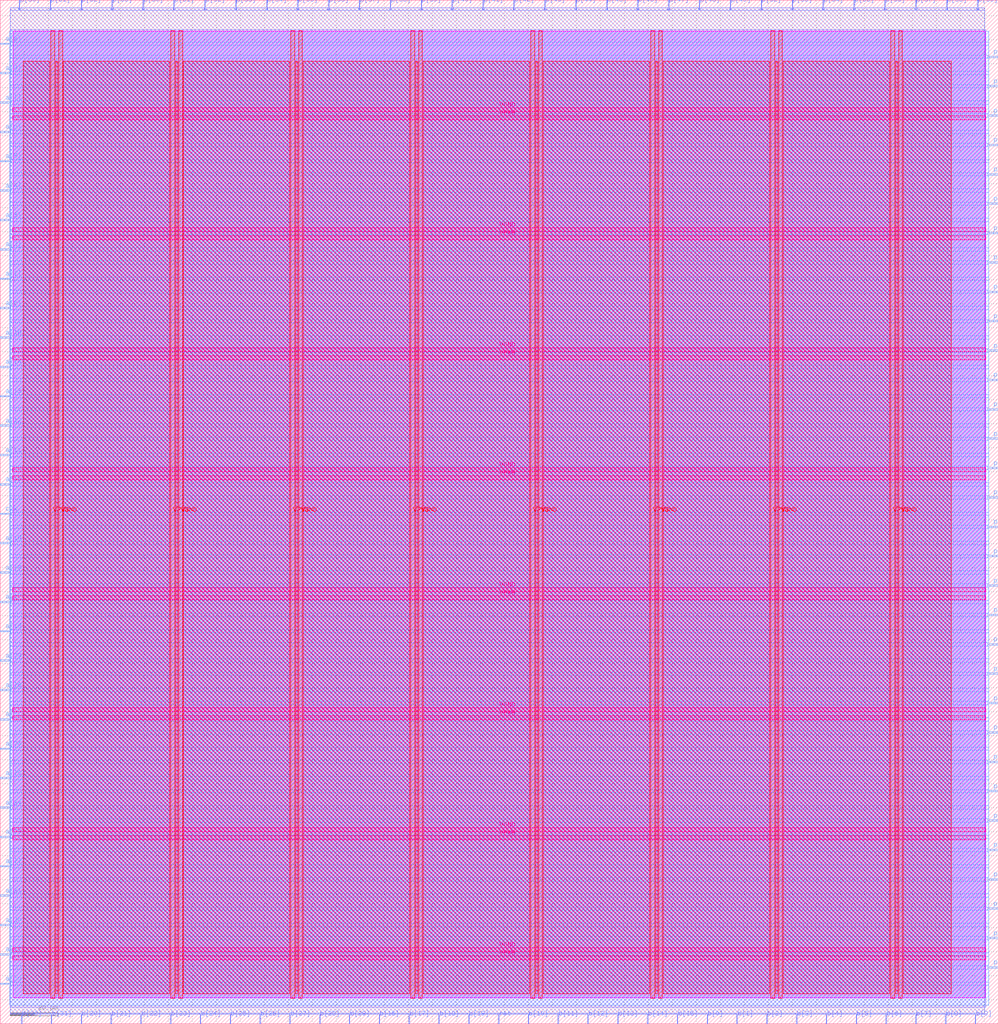
<source format=lef>
VERSION 5.7 ;
  NOWIREEXTENSIONATPIN ON ;
  DIVIDERCHAR "/" ;
  BUSBITCHARS "[]" ;
MACRO pipelined_mult
  CLASS BLOCK ;
  FOREIGN pipelined_mult ;
  ORIGIN 0.000 0.000 ;
  SIZE 415.845 BY 426.565 ;
  PIN VGND
    DIRECTION INOUT ;
    USE GROUND ;
    PORT
      LAYER met4 ;
        RECT 24.340 10.640 25.940 413.680 ;
    END
    PORT
      LAYER met4 ;
        RECT 74.340 10.640 75.940 413.680 ;
    END
    PORT
      LAYER met4 ;
        RECT 124.340 10.640 125.940 413.680 ;
    END
    PORT
      LAYER met4 ;
        RECT 174.340 10.640 175.940 413.680 ;
    END
    PORT
      LAYER met4 ;
        RECT 224.340 10.640 225.940 413.680 ;
    END
    PORT
      LAYER met4 ;
        RECT 274.340 10.640 275.940 413.680 ;
    END
    PORT
      LAYER met4 ;
        RECT 324.340 10.640 325.940 413.680 ;
    END
    PORT
      LAYER met4 ;
        RECT 374.340 10.640 375.940 413.680 ;
    END
    PORT
      LAYER met5 ;
        RECT 5.280 30.030 410.560 31.630 ;
    END
    PORT
      LAYER met5 ;
        RECT 5.280 80.030 410.560 81.630 ;
    END
    PORT
      LAYER met5 ;
        RECT 5.280 130.030 410.560 131.630 ;
    END
    PORT
      LAYER met5 ;
        RECT 5.280 180.030 410.560 181.630 ;
    END
    PORT
      LAYER met5 ;
        RECT 5.280 230.030 410.560 231.630 ;
    END
    PORT
      LAYER met5 ;
        RECT 5.280 280.030 410.560 281.630 ;
    END
    PORT
      LAYER met5 ;
        RECT 5.280 330.030 410.560 331.630 ;
    END
    PORT
      LAYER met5 ;
        RECT 5.280 380.030 410.560 381.630 ;
    END
  END VGND
  PIN VPWR
    DIRECTION INOUT ;
    USE POWER ;
    PORT
      LAYER met4 ;
        RECT 21.040 10.640 22.640 413.680 ;
    END
    PORT
      LAYER met4 ;
        RECT 71.040 10.640 72.640 413.680 ;
    END
    PORT
      LAYER met4 ;
        RECT 121.040 10.640 122.640 413.680 ;
    END
    PORT
      LAYER met4 ;
        RECT 171.040 10.640 172.640 413.680 ;
    END
    PORT
      LAYER met4 ;
        RECT 221.040 10.640 222.640 413.680 ;
    END
    PORT
      LAYER met4 ;
        RECT 271.040 10.640 272.640 413.680 ;
    END
    PORT
      LAYER met4 ;
        RECT 321.040 10.640 322.640 413.680 ;
    END
    PORT
      LAYER met4 ;
        RECT 371.040 10.640 372.640 413.680 ;
    END
    PORT
      LAYER met5 ;
        RECT 5.280 26.730 410.560 28.330 ;
    END
    PORT
      LAYER met5 ;
        RECT 5.280 76.730 410.560 78.330 ;
    END
    PORT
      LAYER met5 ;
        RECT 5.280 126.730 410.560 128.330 ;
    END
    PORT
      LAYER met5 ;
        RECT 5.280 176.730 410.560 178.330 ;
    END
    PORT
      LAYER met5 ;
        RECT 5.280 226.730 410.560 228.330 ;
    END
    PORT
      LAYER met5 ;
        RECT 5.280 276.730 410.560 278.330 ;
    END
    PORT
      LAYER met5 ;
        RECT 5.280 326.730 410.560 328.330 ;
    END
    PORT
      LAYER met5 ;
        RECT 5.280 376.730 410.560 378.330 ;
    END
  END VPWR
  PIN a[0]
    DIRECTION INPUT ;
    USE SIGNAL ;
    ANTENNAGATEAREA 0.196500 ;
    PORT
      LAYER met3 ;
        RECT 0.000 297.880 4.000 298.480 ;
    END
  END a[0]
  PIN a[10]
    DIRECTION INPUT ;
    USE SIGNAL ;
    ANTENNAGATEAREA 0.196500 ;
    PORT
      LAYER met3 ;
        RECT 0.000 224.440 4.000 225.040 ;
    END
  END a[10]
  PIN a[11]
    DIRECTION INPUT ;
    USE SIGNAL ;
    ANTENNAGATEAREA 0.196500 ;
    PORT
      LAYER met3 ;
        RECT 0.000 236.680 4.000 237.280 ;
    END
  END a[11]
  PIN a[12]
    DIRECTION INPUT ;
    USE SIGNAL ;
    ANTENNAGATEAREA 0.196500 ;
    PORT
      LAYER met3 ;
        RECT 0.000 248.920 4.000 249.520 ;
    END
  END a[12]
  PIN a[13]
    DIRECTION INPUT ;
    USE SIGNAL ;
    ANTENNAGATEAREA 0.196500 ;
    PORT
      LAYER met3 ;
        RECT 0.000 261.160 4.000 261.760 ;
    END
  END a[13]
  PIN a[14]
    DIRECTION INPUT ;
    USE SIGNAL ;
    ANTENNAGATEAREA 0.196500 ;
    PORT
      LAYER met3 ;
        RECT 0.000 273.400 4.000 274.000 ;
    END
  END a[14]
  PIN a[15]
    DIRECTION INPUT ;
    USE SIGNAL ;
    ANTENNAGATEAREA 0.196500 ;
    PORT
      LAYER met3 ;
        RECT 0.000 285.640 4.000 286.240 ;
    END
  END a[15]
  PIN a[16]
    DIRECTION INPUT ;
    USE SIGNAL ;
    ANTENNAGATEAREA 0.196500 ;
    PORT
      LAYER met3 ;
        RECT 0.000 163.240 4.000 163.840 ;
    END
  END a[16]
  PIN a[17]
    DIRECTION INPUT ;
    USE SIGNAL ;
    ANTENNAGATEAREA 0.196500 ;
    PORT
      LAYER met3 ;
        RECT 0.000 175.480 4.000 176.080 ;
    END
  END a[17]
  PIN a[18]
    DIRECTION INPUT ;
    USE SIGNAL ;
    ANTENNAGATEAREA 0.196500 ;
    PORT
      LAYER met3 ;
        RECT 0.000 187.720 4.000 188.320 ;
    END
  END a[18]
  PIN a[19]
    DIRECTION INPUT ;
    USE SIGNAL ;
    ANTENNAGATEAREA 0.196500 ;
    PORT
      LAYER met3 ;
        RECT 0.000 199.960 4.000 200.560 ;
    END
  END a[19]
  PIN a[1]
    DIRECTION INPUT ;
    USE SIGNAL ;
    ANTENNAGATEAREA 0.196500 ;
    PORT
      LAYER met3 ;
        RECT 0.000 310.120 4.000 310.720 ;
    END
  END a[1]
  PIN a[20]
    DIRECTION INPUT ;
    USE SIGNAL ;
    ANTENNAGATEAREA 0.196500 ;
    PORT
      LAYER met3 ;
        RECT 0.000 40.840 4.000 41.440 ;
    END
  END a[20]
  PIN a[21]
    DIRECTION INPUT ;
    USE SIGNAL ;
    ANTENNAGATEAREA 0.196500 ;
    PORT
      LAYER met3 ;
        RECT 0.000 53.080 4.000 53.680 ;
    END
  END a[21]
  PIN a[22]
    DIRECTION INPUT ;
    USE SIGNAL ;
    ANTENNAGATEAREA 0.196500 ;
    PORT
      LAYER met3 ;
        RECT 0.000 65.320 4.000 65.920 ;
    END
  END a[22]
  PIN a[23]
    DIRECTION INPUT ;
    USE SIGNAL ;
    ANTENNAGATEAREA 0.196500 ;
    PORT
      LAYER met3 ;
        RECT 0.000 77.560 4.000 78.160 ;
    END
  END a[23]
  PIN a[24]
    DIRECTION INPUT ;
    USE SIGNAL ;
    ANTENNAGATEAREA 0.196500 ;
    PORT
      LAYER met3 ;
        RECT 0.000 89.800 4.000 90.400 ;
    END
  END a[24]
  PIN a[25]
    DIRECTION INPUT ;
    USE SIGNAL ;
    ANTENNAGATEAREA 0.196500 ;
    PORT
      LAYER met3 ;
        RECT 0.000 102.040 4.000 102.640 ;
    END
  END a[25]
  PIN a[26]
    DIRECTION INPUT ;
    USE SIGNAL ;
    ANTENNAGATEAREA 0.196500 ;
    PORT
      LAYER met3 ;
        RECT 0.000 114.280 4.000 114.880 ;
    END
  END a[26]
  PIN a[27]
    DIRECTION INPUT ;
    USE SIGNAL ;
    ANTENNAGATEAREA 0.196500 ;
    PORT
      LAYER met3 ;
        RECT 0.000 126.520 4.000 127.120 ;
    END
  END a[27]
  PIN a[28]
    DIRECTION INPUT ;
    USE SIGNAL ;
    ANTENNAGATEAREA 0.196500 ;
    PORT
      LAYER met3 ;
        RECT 0.000 138.760 4.000 139.360 ;
    END
  END a[28]
  PIN a[29]
    DIRECTION INPUT ;
    USE SIGNAL ;
    ANTENNAGATEAREA 0.196500 ;
    PORT
      LAYER met3 ;
        RECT 0.000 151.000 4.000 151.600 ;
    END
  END a[29]
  PIN a[2]
    DIRECTION INPUT ;
    USE SIGNAL ;
    ANTENNAGATEAREA 0.196500 ;
    PORT
      LAYER met3 ;
        RECT 0.000 322.360 4.000 322.960 ;
    END
  END a[2]
  PIN a[30]
    DIRECTION INPUT ;
    USE SIGNAL ;
    ANTENNAGATEAREA 0.196500 ;
    PORT
      LAYER met3 ;
        RECT 0.000 16.360 4.000 16.960 ;
    END
  END a[30]
  PIN a[31]
    DIRECTION INPUT ;
    USE SIGNAL ;
    ANTENNAGATEAREA 0.196500 ;
    PORT
      LAYER met3 ;
        RECT 0.000 28.600 4.000 29.200 ;
    END
  END a[31]
  PIN a[3]
    DIRECTION INPUT ;
    USE SIGNAL ;
    ANTENNAGATEAREA 0.196500 ;
    PORT
      LAYER met3 ;
        RECT 0.000 334.600 4.000 335.200 ;
    END
  END a[3]
  PIN a[4]
    DIRECTION INPUT ;
    USE SIGNAL ;
    ANTENNAGATEAREA 0.196500 ;
    PORT
      LAYER met3 ;
        RECT 0.000 346.840 4.000 347.440 ;
    END
  END a[4]
  PIN a[5]
    DIRECTION INPUT ;
    USE SIGNAL ;
    ANTENNAGATEAREA 0.213000 ;
    PORT
      LAYER met3 ;
        RECT 0.000 359.080 4.000 359.680 ;
    END
  END a[5]
  PIN a[6]
    DIRECTION INPUT ;
    USE SIGNAL ;
    ANTENNAGATEAREA 0.196500 ;
    PORT
      LAYER met3 ;
        RECT 0.000 371.320 4.000 371.920 ;
    END
  END a[6]
  PIN a[7]
    DIRECTION INPUT ;
    USE SIGNAL ;
    ANTENNAGATEAREA 0.196500 ;
    PORT
      LAYER met3 ;
        RECT 0.000 383.560 4.000 384.160 ;
    END
  END a[7]
  PIN a[8]
    DIRECTION INPUT ;
    USE SIGNAL ;
    ANTENNAGATEAREA 0.196500 ;
    PORT
      LAYER met3 ;
        RECT 0.000 395.800 4.000 396.400 ;
    END
  END a[8]
  PIN a[9]
    DIRECTION INPUT ;
    USE SIGNAL ;
    ANTENNAGATEAREA 0.196500 ;
    PORT
      LAYER met3 ;
        RECT 0.000 408.040 4.000 408.640 ;
    END
  END a[9]
  PIN b[0]
    DIRECTION INPUT ;
    USE SIGNAL ;
    ANTENNAGATEAREA 0.196500 ;
    PORT
      LAYER met2 ;
        RECT 294.490 0.000 294.770 4.000 ;
    END
  END b[0]
  PIN b[10]
    DIRECTION INPUT ;
    USE SIGNAL ;
    ANTENNAGATEAREA 0.196500 ;
    PORT
      LAYER met2 ;
        RECT 219.970 0.000 220.250 4.000 ;
    END
  END b[10]
  PIN b[11]
    DIRECTION INPUT ;
    USE SIGNAL ;
    ANTENNAGATEAREA 0.196500 ;
    PORT
      LAYER met2 ;
        RECT 232.390 0.000 232.670 4.000 ;
    END
  END b[11]
  PIN b[12]
    DIRECTION INPUT ;
    USE SIGNAL ;
    ANTENNAGATEAREA 0.196500 ;
    PORT
      LAYER met2 ;
        RECT 244.810 0.000 245.090 4.000 ;
    END
  END b[12]
  PIN b[13]
    DIRECTION INPUT ;
    USE SIGNAL ;
    ANTENNAGATEAREA 0.196500 ;
    PORT
      LAYER met2 ;
        RECT 257.230 0.000 257.510 4.000 ;
    END
  END b[13]
  PIN b[14]
    DIRECTION INPUT ;
    USE SIGNAL ;
    ANTENNAGATEAREA 0.196500 ;
    PORT
      LAYER met2 ;
        RECT 269.650 0.000 269.930 4.000 ;
    END
  END b[14]
  PIN b[15]
    DIRECTION INPUT ;
    USE SIGNAL ;
    ANTENNAGATEAREA 0.196500 ;
    PORT
      LAYER met2 ;
        RECT 282.070 0.000 282.350 4.000 ;
    END
  END b[15]
  PIN b[16]
    DIRECTION INPUT ;
    USE SIGNAL ;
    ANTENNAGATEAREA 0.196500 ;
    PORT
      LAYER met2 ;
        RECT 157.870 0.000 158.150 4.000 ;
    END
  END b[16]
  PIN b[17]
    DIRECTION INPUT ;
    USE SIGNAL ;
    ANTENNAGATEAREA 0.196500 ;
    PORT
      LAYER met2 ;
        RECT 170.290 0.000 170.570 4.000 ;
    END
  END b[17]
  PIN b[18]
    DIRECTION INPUT ;
    USE SIGNAL ;
    ANTENNAGATEAREA 0.196500 ;
    PORT
      LAYER met2 ;
        RECT 182.710 0.000 182.990 4.000 ;
    END
  END b[18]
  PIN b[19]
    DIRECTION INPUT ;
    USE SIGNAL ;
    ANTENNAGATEAREA 0.196500 ;
    PORT
      LAYER met2 ;
        RECT 195.130 0.000 195.410 4.000 ;
    END
  END b[19]
  PIN b[1]
    DIRECTION INPUT ;
    USE SIGNAL ;
    ANTENNAGATEAREA 0.196500 ;
    PORT
      LAYER met2 ;
        RECT 306.910 0.000 307.190 4.000 ;
    END
  END b[1]
  PIN b[20]
    DIRECTION INPUT ;
    USE SIGNAL ;
    ANTENNAGATEAREA 0.196500 ;
    PORT
      LAYER met2 ;
        RECT 33.670 0.000 33.950 4.000 ;
    END
  END b[20]
  PIN b[21]
    DIRECTION INPUT ;
    USE SIGNAL ;
    ANTENNAGATEAREA 0.196500 ;
    PORT
      LAYER met2 ;
        RECT 46.090 0.000 46.370 4.000 ;
    END
  END b[21]
  PIN b[22]
    DIRECTION INPUT ;
    USE SIGNAL ;
    ANTENNAGATEAREA 0.196500 ;
    PORT
      LAYER met2 ;
        RECT 58.510 0.000 58.790 4.000 ;
    END
  END b[22]
  PIN b[23]
    DIRECTION INPUT ;
    USE SIGNAL ;
    ANTENNAGATEAREA 0.196500 ;
    PORT
      LAYER met2 ;
        RECT 70.930 0.000 71.210 4.000 ;
    END
  END b[23]
  PIN b[24]
    DIRECTION INPUT ;
    USE SIGNAL ;
    ANTENNAGATEAREA 0.196500 ;
    PORT
      LAYER met2 ;
        RECT 83.350 0.000 83.630 4.000 ;
    END
  END b[24]
  PIN b[25]
    DIRECTION INPUT ;
    USE SIGNAL ;
    ANTENNAGATEAREA 0.196500 ;
    PORT
      LAYER met2 ;
        RECT 95.770 0.000 96.050 4.000 ;
    END
  END b[25]
  PIN b[26]
    DIRECTION INPUT ;
    USE SIGNAL ;
    ANTENNAGATEAREA 0.196500 ;
    PORT
      LAYER met2 ;
        RECT 108.190 0.000 108.470 4.000 ;
    END
  END b[26]
  PIN b[27]
    DIRECTION INPUT ;
    USE SIGNAL ;
    ANTENNAGATEAREA 0.196500 ;
    PORT
      LAYER met2 ;
        RECT 120.610 0.000 120.890 4.000 ;
    END
  END b[27]
  PIN b[28]
    DIRECTION INPUT ;
    USE SIGNAL ;
    ANTENNAGATEAREA 0.196500 ;
    PORT
      LAYER met2 ;
        RECT 133.030 0.000 133.310 4.000 ;
    END
  END b[28]
  PIN b[29]
    DIRECTION INPUT ;
    USE SIGNAL ;
    ANTENNAGATEAREA 0.196500 ;
    PORT
      LAYER met2 ;
        RECT 145.450 0.000 145.730 4.000 ;
    END
  END b[29]
  PIN b[2]
    DIRECTION INPUT ;
    USE SIGNAL ;
    ANTENNAGATEAREA 0.196500 ;
    PORT
      LAYER met2 ;
        RECT 319.330 0.000 319.610 4.000 ;
    END
  END b[2]
  PIN b[30]
    DIRECTION INPUT ;
    USE SIGNAL ;
    ANTENNAGATEAREA 0.196500 ;
    PORT
      LAYER met2 ;
        RECT 8.830 0.000 9.110 4.000 ;
    END
  END b[30]
  PIN b[31]
    DIRECTION INPUT ;
    USE SIGNAL ;
    ANTENNAGATEAREA 0.196500 ;
    PORT
      LAYER met2 ;
        RECT 21.250 0.000 21.530 4.000 ;
    END
  END b[31]
  PIN b[3]
    DIRECTION INPUT ;
    USE SIGNAL ;
    ANTENNAGATEAREA 0.196500 ;
    PORT
      LAYER met2 ;
        RECT 331.750 0.000 332.030 4.000 ;
    END
  END b[3]
  PIN b[4]
    DIRECTION INPUT ;
    USE SIGNAL ;
    ANTENNAGATEAREA 0.196500 ;
    PORT
      LAYER met2 ;
        RECT 344.170 0.000 344.450 4.000 ;
    END
  END b[4]
  PIN b[5]
    DIRECTION INPUT ;
    USE SIGNAL ;
    ANTENNAGATEAREA 0.196500 ;
    PORT
      LAYER met2 ;
        RECT 356.590 0.000 356.870 4.000 ;
    END
  END b[5]
  PIN b[6]
    DIRECTION INPUT ;
    USE SIGNAL ;
    ANTENNAGATEAREA 0.196500 ;
    PORT
      LAYER met2 ;
        RECT 369.010 0.000 369.290 4.000 ;
    END
  END b[6]
  PIN b[7]
    DIRECTION INPUT ;
    USE SIGNAL ;
    ANTENNAGATEAREA 0.196500 ;
    PORT
      LAYER met2 ;
        RECT 381.430 0.000 381.710 4.000 ;
    END
  END b[7]
  PIN b[8]
    DIRECTION INPUT ;
    USE SIGNAL ;
    ANTENNAGATEAREA 0.196500 ;
    PORT
      LAYER met2 ;
        RECT 393.850 0.000 394.130 4.000 ;
    END
  END b[8]
  PIN b[9]
    DIRECTION INPUT ;
    USE SIGNAL ;
    ANTENNAGATEAREA 0.196500 ;
    PORT
      LAYER met2 ;
        RECT 406.270 0.000 406.550 4.000 ;
    END
  END b[9]
  PIN clk
    DIRECTION INPUT ;
    USE SIGNAL ;
    ANTENNAGATEAREA 1.286700 ;
    ANTENNADIFFAREA 0.434700 ;
    PORT
      LAYER met3 ;
        RECT 0.000 212.200 4.000 212.800 ;
    END
  END clk
  PIN p[0]
    DIRECTION OUTPUT ;
    USE SIGNAL ;
    ANTENNADIFFAREA 0.445500 ;
    PORT
      LAYER met3 ;
        RECT 411.845 292.440 415.845 293.040 ;
    END
  END p[0]
  PIN p[10]
    DIRECTION OUTPUT ;
    USE SIGNAL ;
    ANTENNADIFFAREA 0.445500 ;
    PORT
      LAYER met3 ;
        RECT 411.845 170.040 415.845 170.640 ;
    END
  END p[10]
  PIN p[11]
    DIRECTION OUTPUT ;
    USE SIGNAL ;
    ANTENNADIFFAREA 0.445500 ;
    PORT
      LAYER met3 ;
        RECT 411.845 182.280 415.845 182.880 ;
    END
  END p[11]
  PIN p[12]
    DIRECTION OUTPUT ;
    USE SIGNAL ;
    ANTENNADIFFAREA 0.445500 ;
    PORT
      LAYER met3 ;
        RECT 411.845 194.520 415.845 195.120 ;
    END
  END p[12]
  PIN p[13]
    DIRECTION OUTPUT ;
    USE SIGNAL ;
    ANTENNADIFFAREA 0.445500 ;
    PORT
      LAYER met3 ;
        RECT 411.845 206.760 415.845 207.360 ;
    END
  END p[13]
  PIN p[14]
    DIRECTION OUTPUT ;
    USE SIGNAL ;
    ANTENNADIFFAREA 0.445500 ;
    PORT
      LAYER met3 ;
        RECT 411.845 219.000 415.845 219.600 ;
    END
  END p[14]
  PIN p[15]
    DIRECTION OUTPUT ;
    USE SIGNAL ;
    ANTENNADIFFAREA 0.445500 ;
    PORT
      LAYER met3 ;
        RECT 411.845 231.240 415.845 231.840 ;
    END
  END p[15]
  PIN p[16]
    DIRECTION OUTPUT ;
    USE SIGNAL ;
    ANTENNADIFFAREA 0.445500 ;
    PORT
      LAYER met3 ;
        RECT 411.845 243.480 415.845 244.080 ;
    END
  END p[16]
  PIN p[17]
    DIRECTION OUTPUT ;
    USE SIGNAL ;
    ANTENNADIFFAREA 0.445500 ;
    PORT
      LAYER met3 ;
        RECT 411.845 255.720 415.845 256.320 ;
    END
  END p[17]
  PIN p[18]
    DIRECTION OUTPUT ;
    USE SIGNAL ;
    ANTENNADIFFAREA 0.445500 ;
    PORT
      LAYER met3 ;
        RECT 411.845 267.960 415.845 268.560 ;
    END
  END p[18]
  PIN p[19]
    DIRECTION OUTPUT ;
    USE SIGNAL ;
    ANTENNADIFFAREA 0.445500 ;
    PORT
      LAYER met3 ;
        RECT 411.845 280.200 415.845 280.800 ;
    END
  END p[19]
  PIN p[1]
    DIRECTION OUTPUT ;
    USE SIGNAL ;
    ANTENNADIFFAREA 0.445500 ;
    PORT
      LAYER met3 ;
        RECT 411.845 304.680 415.845 305.280 ;
    END
  END p[1]
  PIN p[20]
    DIRECTION OUTPUT ;
    USE SIGNAL ;
    ANTENNADIFFAREA 0.445500 ;
    PORT
      LAYER met3 ;
        RECT 411.845 47.640 415.845 48.240 ;
    END
  END p[20]
  PIN p[21]
    DIRECTION OUTPUT ;
    USE SIGNAL ;
    ANTENNADIFFAREA 0.445500 ;
    PORT
      LAYER met3 ;
        RECT 411.845 59.880 415.845 60.480 ;
    END
  END p[21]
  PIN p[22]
    DIRECTION OUTPUT ;
    USE SIGNAL ;
    ANTENNADIFFAREA 0.445500 ;
    PORT
      LAYER met3 ;
        RECT 411.845 72.120 415.845 72.720 ;
    END
  END p[22]
  PIN p[23]
    DIRECTION OUTPUT ;
    USE SIGNAL ;
    ANTENNADIFFAREA 0.445500 ;
    PORT
      LAYER met3 ;
        RECT 411.845 84.360 415.845 84.960 ;
    END
  END p[23]
  PIN p[24]
    DIRECTION OUTPUT ;
    USE SIGNAL ;
    ANTENNADIFFAREA 0.445500 ;
    PORT
      LAYER met3 ;
        RECT 411.845 96.600 415.845 97.200 ;
    END
  END p[24]
  PIN p[25]
    DIRECTION OUTPUT ;
    USE SIGNAL ;
    ANTENNADIFFAREA 0.445500 ;
    PORT
      LAYER met3 ;
        RECT 411.845 108.840 415.845 109.440 ;
    END
  END p[25]
  PIN p[26]
    DIRECTION OUTPUT ;
    USE SIGNAL ;
    ANTENNADIFFAREA 0.445500 ;
    PORT
      LAYER met3 ;
        RECT 411.845 121.080 415.845 121.680 ;
    END
  END p[26]
  PIN p[27]
    DIRECTION OUTPUT ;
    USE SIGNAL ;
    ANTENNADIFFAREA 0.445500 ;
    PORT
      LAYER met3 ;
        RECT 411.845 133.320 415.845 133.920 ;
    END
  END p[27]
  PIN p[28]
    DIRECTION OUTPUT ;
    USE SIGNAL ;
    ANTENNADIFFAREA 0.445500 ;
    PORT
      LAYER met3 ;
        RECT 411.845 145.560 415.845 146.160 ;
    END
  END p[28]
  PIN p[29]
    DIRECTION OUTPUT ;
    USE SIGNAL ;
    ANTENNADIFFAREA 0.445500 ;
    PORT
      LAYER met3 ;
        RECT 411.845 157.800 415.845 158.400 ;
    END
  END p[29]
  PIN p[2]
    DIRECTION OUTPUT ;
    USE SIGNAL ;
    ANTENNADIFFAREA 0.445500 ;
    PORT
      LAYER met3 ;
        RECT 411.845 316.920 415.845 317.520 ;
    END
  END p[2]
  PIN p[30]
    DIRECTION OUTPUT ;
    USE SIGNAL ;
    ANTENNADIFFAREA 0.445500 ;
    PORT
      LAYER met3 ;
        RECT 411.845 23.160 415.845 23.760 ;
    END
  END p[30]
  PIN p[31]
    DIRECTION OUTPUT ;
    USE SIGNAL ;
    ANTENNADIFFAREA 0.445500 ;
    PORT
      LAYER met3 ;
        RECT 411.845 35.400 415.845 36.000 ;
    END
  END p[31]
  PIN p[32]
    DIRECTION OUTPUT ;
    USE SIGNAL ;
    ANTENNADIFFAREA 0.445500 ;
    PORT
      LAYER met2 ;
        RECT 317.030 422.565 317.310 426.565 ;
    END
  END p[32]
  PIN p[33]
    DIRECTION OUTPUT ;
    USE SIGNAL ;
    ANTENNADIFFAREA 0.445500 ;
    PORT
      LAYER met2 ;
        RECT 329.910 422.565 330.190 426.565 ;
    END
  END p[33]
  PIN p[34]
    DIRECTION OUTPUT ;
    USE SIGNAL ;
    ANTENNADIFFAREA 0.445500 ;
    PORT
      LAYER met2 ;
        RECT 342.790 422.565 343.070 426.565 ;
    END
  END p[34]
  PIN p[35]
    DIRECTION OUTPUT ;
    USE SIGNAL ;
    ANTENNADIFFAREA 0.445500 ;
    PORT
      LAYER met2 ;
        RECT 355.670 422.565 355.950 426.565 ;
    END
  END p[35]
  PIN p[36]
    DIRECTION OUTPUT ;
    USE SIGNAL ;
    ANTENNADIFFAREA 0.445500 ;
    PORT
      LAYER met2 ;
        RECT 368.550 422.565 368.830 426.565 ;
    END
  END p[36]
  PIN p[37]
    DIRECTION OUTPUT ;
    USE SIGNAL ;
    ANTENNADIFFAREA 0.445500 ;
    PORT
      LAYER met2 ;
        RECT 381.430 422.565 381.710 426.565 ;
    END
  END p[37]
  PIN p[38]
    DIRECTION OUTPUT ;
    USE SIGNAL ;
    ANTENNADIFFAREA 0.445500 ;
    PORT
      LAYER met2 ;
        RECT 394.310 422.565 394.590 426.565 ;
    END
  END p[38]
  PIN p[39]
    DIRECTION OUTPUT ;
    USE SIGNAL ;
    ANTENNADIFFAREA 0.445500 ;
    PORT
      LAYER met2 ;
        RECT 407.190 422.565 407.470 426.565 ;
    END
  END p[39]
  PIN p[3]
    DIRECTION OUTPUT ;
    USE SIGNAL ;
    ANTENNADIFFAREA 0.445500 ;
    PORT
      LAYER met3 ;
        RECT 411.845 329.160 415.845 329.760 ;
    END
  END p[3]
  PIN p[40]
    DIRECTION OUTPUT ;
    USE SIGNAL ;
    ANTENNADIFFAREA 0.445500 ;
    PORT
      LAYER met2 ;
        RECT 188.230 422.565 188.510 426.565 ;
    END
  END p[40]
  PIN p[41]
    DIRECTION OUTPUT ;
    USE SIGNAL ;
    ANTENNADIFFAREA 0.445500 ;
    PORT
      LAYER met2 ;
        RECT 201.110 422.565 201.390 426.565 ;
    END
  END p[41]
  PIN p[42]
    DIRECTION OUTPUT ;
    USE SIGNAL ;
    ANTENNADIFFAREA 0.445500 ;
    PORT
      LAYER met2 ;
        RECT 213.990 422.565 214.270 426.565 ;
    END
  END p[42]
  PIN p[43]
    DIRECTION OUTPUT ;
    USE SIGNAL ;
    ANTENNADIFFAREA 0.445500 ;
    PORT
      LAYER met2 ;
        RECT 226.870 422.565 227.150 426.565 ;
    END
  END p[43]
  PIN p[44]
    DIRECTION OUTPUT ;
    USE SIGNAL ;
    ANTENNADIFFAREA 0.445500 ;
    PORT
      LAYER met2 ;
        RECT 239.750 422.565 240.030 426.565 ;
    END
  END p[44]
  PIN p[45]
    DIRECTION OUTPUT ;
    USE SIGNAL ;
    ANTENNADIFFAREA 0.445500 ;
    PORT
      LAYER met2 ;
        RECT 252.630 422.565 252.910 426.565 ;
    END
  END p[45]
  PIN p[46]
    DIRECTION OUTPUT ;
    USE SIGNAL ;
    ANTENNADIFFAREA 0.445500 ;
    PORT
      LAYER met2 ;
        RECT 265.510 422.565 265.790 426.565 ;
    END
  END p[46]
  PIN p[47]
    DIRECTION OUTPUT ;
    USE SIGNAL ;
    ANTENNADIFFAREA 0.445500 ;
    PORT
      LAYER met2 ;
        RECT 278.390 422.565 278.670 426.565 ;
    END
  END p[47]
  PIN p[48]
    DIRECTION OUTPUT ;
    USE SIGNAL ;
    ANTENNADIFFAREA 0.445500 ;
    PORT
      LAYER met2 ;
        RECT 291.270 422.565 291.550 426.565 ;
    END
  END p[48]
  PIN p[49]
    DIRECTION OUTPUT ;
    USE SIGNAL ;
    ANTENNADIFFAREA 0.445500 ;
    PORT
      LAYER met2 ;
        RECT 304.150 422.565 304.430 426.565 ;
    END
  END p[49]
  PIN p[4]
    DIRECTION OUTPUT ;
    USE SIGNAL ;
    ANTENNADIFFAREA 0.445500 ;
    PORT
      LAYER met3 ;
        RECT 411.845 341.400 415.845 342.000 ;
    END
  END p[4]
  PIN p[50]
    DIRECTION OUTPUT ;
    USE SIGNAL ;
    ANTENNADIFFAREA 0.445500 ;
    PORT
      LAYER met2 ;
        RECT 59.430 422.565 59.710 426.565 ;
    END
  END p[50]
  PIN p[51]
    DIRECTION OUTPUT ;
    USE SIGNAL ;
    ANTENNADIFFAREA 0.445500 ;
    PORT
      LAYER met2 ;
        RECT 72.310 422.565 72.590 426.565 ;
    END
  END p[51]
  PIN p[52]
    DIRECTION OUTPUT ;
    USE SIGNAL ;
    ANTENNADIFFAREA 0.445500 ;
    PORT
      LAYER met2 ;
        RECT 85.190 422.565 85.470 426.565 ;
    END
  END p[52]
  PIN p[53]
    DIRECTION OUTPUT ;
    USE SIGNAL ;
    ANTENNADIFFAREA 0.445500 ;
    PORT
      LAYER met2 ;
        RECT 98.070 422.565 98.350 426.565 ;
    END
  END p[53]
  PIN p[54]
    DIRECTION OUTPUT ;
    USE SIGNAL ;
    ANTENNADIFFAREA 0.445500 ;
    PORT
      LAYER met2 ;
        RECT 110.950 422.565 111.230 426.565 ;
    END
  END p[54]
  PIN p[55]
    DIRECTION OUTPUT ;
    USE SIGNAL ;
    ANTENNADIFFAREA 0.445500 ;
    PORT
      LAYER met2 ;
        RECT 123.830 422.565 124.110 426.565 ;
    END
  END p[55]
  PIN p[56]
    DIRECTION OUTPUT ;
    USE SIGNAL ;
    ANTENNADIFFAREA 0.445500 ;
    PORT
      LAYER met2 ;
        RECT 136.710 422.565 136.990 426.565 ;
    END
  END p[56]
  PIN p[57]
    DIRECTION OUTPUT ;
    USE SIGNAL ;
    ANTENNADIFFAREA 0.445500 ;
    PORT
      LAYER met2 ;
        RECT 149.590 422.565 149.870 426.565 ;
    END
  END p[57]
  PIN p[58]
    DIRECTION OUTPUT ;
    USE SIGNAL ;
    ANTENNADIFFAREA 0.445500 ;
    PORT
      LAYER met2 ;
        RECT 162.470 422.565 162.750 426.565 ;
    END
  END p[58]
  PIN p[59]
    DIRECTION OUTPUT ;
    USE SIGNAL ;
    ANTENNADIFFAREA 0.445500 ;
    PORT
      LAYER met2 ;
        RECT 175.350 422.565 175.630 426.565 ;
    END
  END p[59]
  PIN p[5]
    DIRECTION OUTPUT ;
    USE SIGNAL ;
    ANTENNADIFFAREA 0.445500 ;
    PORT
      LAYER met3 ;
        RECT 411.845 353.640 415.845 354.240 ;
    END
  END p[5]
  PIN p[60]
    DIRECTION OUTPUT ;
    USE SIGNAL ;
    ANTENNADIFFAREA 0.445500 ;
    PORT
      LAYER met2 ;
        RECT 7.910 422.565 8.190 426.565 ;
    END
  END p[60]
  PIN p[61]
    DIRECTION OUTPUT ;
    USE SIGNAL ;
    ANTENNADIFFAREA 0.445500 ;
    PORT
      LAYER met2 ;
        RECT 20.790 422.565 21.070 426.565 ;
    END
  END p[61]
  PIN p[62]
    DIRECTION OUTPUT ;
    USE SIGNAL ;
    ANTENNADIFFAREA 0.445500 ;
    PORT
      LAYER met2 ;
        RECT 33.670 422.565 33.950 426.565 ;
    END
  END p[62]
  PIN p[63]
    DIRECTION OUTPUT ;
    USE SIGNAL ;
    ANTENNADIFFAREA 0.445500 ;
    PORT
      LAYER met2 ;
        RECT 46.550 422.565 46.830 426.565 ;
    END
  END p[63]
  PIN p[6]
    DIRECTION OUTPUT ;
    USE SIGNAL ;
    ANTENNADIFFAREA 0.445500 ;
    PORT
      LAYER met3 ;
        RECT 411.845 365.880 415.845 366.480 ;
    END
  END p[6]
  PIN p[7]
    DIRECTION OUTPUT ;
    USE SIGNAL ;
    ANTENNADIFFAREA 0.445500 ;
    PORT
      LAYER met3 ;
        RECT 411.845 378.120 415.845 378.720 ;
    END
  END p[7]
  PIN p[8]
    DIRECTION OUTPUT ;
    USE SIGNAL ;
    ANTENNADIFFAREA 0.445500 ;
    PORT
      LAYER met3 ;
        RECT 411.845 390.360 415.845 390.960 ;
    END
  END p[8]
  PIN p[9]
    DIRECTION OUTPUT ;
    USE SIGNAL ;
    ANTENNADIFFAREA 0.445500 ;
    PORT
      LAYER met3 ;
        RECT 411.845 402.600 415.845 403.200 ;
    END
  END p[9]
  PIN rst
    DIRECTION INPUT ;
    USE SIGNAL ;
    ANTENNAGATEAREA 0.852000 ;
    PORT
      LAYER met2 ;
        RECT 207.550 0.000 207.830 4.000 ;
    END
  END rst
  OBS
      LAYER nwell ;
        RECT 5.330 10.795 410.510 413.525 ;
      LAYER li1 ;
        RECT 5.520 10.795 410.320 413.525 ;
      LAYER met1 ;
        RECT 4.210 6.840 410.620 414.080 ;
      LAYER met2 ;
        RECT 4.230 422.285 7.630 423.370 ;
        RECT 8.470 422.285 20.510 423.370 ;
        RECT 21.350 422.285 33.390 423.370 ;
        RECT 34.230 422.285 46.270 423.370 ;
        RECT 47.110 422.285 59.150 423.370 ;
        RECT 59.990 422.285 72.030 423.370 ;
        RECT 72.870 422.285 84.910 423.370 ;
        RECT 85.750 422.285 97.790 423.370 ;
        RECT 98.630 422.285 110.670 423.370 ;
        RECT 111.510 422.285 123.550 423.370 ;
        RECT 124.390 422.285 136.430 423.370 ;
        RECT 137.270 422.285 149.310 423.370 ;
        RECT 150.150 422.285 162.190 423.370 ;
        RECT 163.030 422.285 175.070 423.370 ;
        RECT 175.910 422.285 187.950 423.370 ;
        RECT 188.790 422.285 200.830 423.370 ;
        RECT 201.670 422.285 213.710 423.370 ;
        RECT 214.550 422.285 226.590 423.370 ;
        RECT 227.430 422.285 239.470 423.370 ;
        RECT 240.310 422.285 252.350 423.370 ;
        RECT 253.190 422.285 265.230 423.370 ;
        RECT 266.070 422.285 278.110 423.370 ;
        RECT 278.950 422.285 290.990 423.370 ;
        RECT 291.830 422.285 303.870 423.370 ;
        RECT 304.710 422.285 316.750 423.370 ;
        RECT 317.590 422.285 329.630 423.370 ;
        RECT 330.470 422.285 342.510 423.370 ;
        RECT 343.350 422.285 355.390 423.370 ;
        RECT 356.230 422.285 368.270 423.370 ;
        RECT 369.110 422.285 381.150 423.370 ;
        RECT 381.990 422.285 394.030 423.370 ;
        RECT 394.870 422.285 406.910 423.370 ;
        RECT 407.750 422.285 410.220 423.370 ;
        RECT 4.230 4.280 410.220 422.285 ;
        RECT 4.230 4.000 8.550 4.280 ;
        RECT 9.390 4.000 20.970 4.280 ;
        RECT 21.810 4.000 33.390 4.280 ;
        RECT 34.230 4.000 45.810 4.280 ;
        RECT 46.650 4.000 58.230 4.280 ;
        RECT 59.070 4.000 70.650 4.280 ;
        RECT 71.490 4.000 83.070 4.280 ;
        RECT 83.910 4.000 95.490 4.280 ;
        RECT 96.330 4.000 107.910 4.280 ;
        RECT 108.750 4.000 120.330 4.280 ;
        RECT 121.170 4.000 132.750 4.280 ;
        RECT 133.590 4.000 145.170 4.280 ;
        RECT 146.010 4.000 157.590 4.280 ;
        RECT 158.430 4.000 170.010 4.280 ;
        RECT 170.850 4.000 182.430 4.280 ;
        RECT 183.270 4.000 194.850 4.280 ;
        RECT 195.690 4.000 207.270 4.280 ;
        RECT 208.110 4.000 219.690 4.280 ;
        RECT 220.530 4.000 232.110 4.280 ;
        RECT 232.950 4.000 244.530 4.280 ;
        RECT 245.370 4.000 256.950 4.280 ;
        RECT 257.790 4.000 269.370 4.280 ;
        RECT 270.210 4.000 281.790 4.280 ;
        RECT 282.630 4.000 294.210 4.280 ;
        RECT 295.050 4.000 306.630 4.280 ;
        RECT 307.470 4.000 319.050 4.280 ;
        RECT 319.890 4.000 331.470 4.280 ;
        RECT 332.310 4.000 343.890 4.280 ;
        RECT 344.730 4.000 356.310 4.280 ;
        RECT 357.150 4.000 368.730 4.280 ;
        RECT 369.570 4.000 381.150 4.280 ;
        RECT 381.990 4.000 393.570 4.280 ;
        RECT 394.410 4.000 405.990 4.280 ;
        RECT 406.830 4.000 410.220 4.280 ;
      LAYER met3 ;
        RECT 3.990 409.040 411.845 413.605 ;
        RECT 4.400 407.640 411.845 409.040 ;
        RECT 3.990 403.600 411.845 407.640 ;
        RECT 3.990 402.200 411.445 403.600 ;
        RECT 3.990 396.800 411.845 402.200 ;
        RECT 4.400 395.400 411.845 396.800 ;
        RECT 3.990 391.360 411.845 395.400 ;
        RECT 3.990 389.960 411.445 391.360 ;
        RECT 3.990 384.560 411.845 389.960 ;
        RECT 4.400 383.160 411.845 384.560 ;
        RECT 3.990 379.120 411.845 383.160 ;
        RECT 3.990 377.720 411.445 379.120 ;
        RECT 3.990 372.320 411.845 377.720 ;
        RECT 4.400 370.920 411.845 372.320 ;
        RECT 3.990 366.880 411.845 370.920 ;
        RECT 3.990 365.480 411.445 366.880 ;
        RECT 3.990 360.080 411.845 365.480 ;
        RECT 4.400 358.680 411.845 360.080 ;
        RECT 3.990 354.640 411.845 358.680 ;
        RECT 3.990 353.240 411.445 354.640 ;
        RECT 3.990 347.840 411.845 353.240 ;
        RECT 4.400 346.440 411.845 347.840 ;
        RECT 3.990 342.400 411.845 346.440 ;
        RECT 3.990 341.000 411.445 342.400 ;
        RECT 3.990 335.600 411.845 341.000 ;
        RECT 4.400 334.200 411.845 335.600 ;
        RECT 3.990 330.160 411.845 334.200 ;
        RECT 3.990 328.760 411.445 330.160 ;
        RECT 3.990 323.360 411.845 328.760 ;
        RECT 4.400 321.960 411.845 323.360 ;
        RECT 3.990 317.920 411.845 321.960 ;
        RECT 3.990 316.520 411.445 317.920 ;
        RECT 3.990 311.120 411.845 316.520 ;
        RECT 4.400 309.720 411.845 311.120 ;
        RECT 3.990 305.680 411.845 309.720 ;
        RECT 3.990 304.280 411.445 305.680 ;
        RECT 3.990 298.880 411.845 304.280 ;
        RECT 4.400 297.480 411.845 298.880 ;
        RECT 3.990 293.440 411.845 297.480 ;
        RECT 3.990 292.040 411.445 293.440 ;
        RECT 3.990 286.640 411.845 292.040 ;
        RECT 4.400 285.240 411.845 286.640 ;
        RECT 3.990 281.200 411.845 285.240 ;
        RECT 3.990 279.800 411.445 281.200 ;
        RECT 3.990 274.400 411.845 279.800 ;
        RECT 4.400 273.000 411.845 274.400 ;
        RECT 3.990 268.960 411.845 273.000 ;
        RECT 3.990 267.560 411.445 268.960 ;
        RECT 3.990 262.160 411.845 267.560 ;
        RECT 4.400 260.760 411.845 262.160 ;
        RECT 3.990 256.720 411.845 260.760 ;
        RECT 3.990 255.320 411.445 256.720 ;
        RECT 3.990 249.920 411.845 255.320 ;
        RECT 4.400 248.520 411.845 249.920 ;
        RECT 3.990 244.480 411.845 248.520 ;
        RECT 3.990 243.080 411.445 244.480 ;
        RECT 3.990 237.680 411.845 243.080 ;
        RECT 4.400 236.280 411.845 237.680 ;
        RECT 3.990 232.240 411.845 236.280 ;
        RECT 3.990 230.840 411.445 232.240 ;
        RECT 3.990 225.440 411.845 230.840 ;
        RECT 4.400 224.040 411.845 225.440 ;
        RECT 3.990 220.000 411.845 224.040 ;
        RECT 3.990 218.600 411.445 220.000 ;
        RECT 3.990 213.200 411.845 218.600 ;
        RECT 4.400 211.800 411.845 213.200 ;
        RECT 3.990 207.760 411.845 211.800 ;
        RECT 3.990 206.360 411.445 207.760 ;
        RECT 3.990 200.960 411.845 206.360 ;
        RECT 4.400 199.560 411.845 200.960 ;
        RECT 3.990 195.520 411.845 199.560 ;
        RECT 3.990 194.120 411.445 195.520 ;
        RECT 3.990 188.720 411.845 194.120 ;
        RECT 4.400 187.320 411.845 188.720 ;
        RECT 3.990 183.280 411.845 187.320 ;
        RECT 3.990 181.880 411.445 183.280 ;
        RECT 3.990 176.480 411.845 181.880 ;
        RECT 4.400 175.080 411.845 176.480 ;
        RECT 3.990 171.040 411.845 175.080 ;
        RECT 3.990 169.640 411.445 171.040 ;
        RECT 3.990 164.240 411.845 169.640 ;
        RECT 4.400 162.840 411.845 164.240 ;
        RECT 3.990 158.800 411.845 162.840 ;
        RECT 3.990 157.400 411.445 158.800 ;
        RECT 3.990 152.000 411.845 157.400 ;
        RECT 4.400 150.600 411.845 152.000 ;
        RECT 3.990 146.560 411.845 150.600 ;
        RECT 3.990 145.160 411.445 146.560 ;
        RECT 3.990 139.760 411.845 145.160 ;
        RECT 4.400 138.360 411.845 139.760 ;
        RECT 3.990 134.320 411.845 138.360 ;
        RECT 3.990 132.920 411.445 134.320 ;
        RECT 3.990 127.520 411.845 132.920 ;
        RECT 4.400 126.120 411.845 127.520 ;
        RECT 3.990 122.080 411.845 126.120 ;
        RECT 3.990 120.680 411.445 122.080 ;
        RECT 3.990 115.280 411.845 120.680 ;
        RECT 4.400 113.880 411.845 115.280 ;
        RECT 3.990 109.840 411.845 113.880 ;
        RECT 3.990 108.440 411.445 109.840 ;
        RECT 3.990 103.040 411.845 108.440 ;
        RECT 4.400 101.640 411.845 103.040 ;
        RECT 3.990 97.600 411.845 101.640 ;
        RECT 3.990 96.200 411.445 97.600 ;
        RECT 3.990 90.800 411.845 96.200 ;
        RECT 4.400 89.400 411.845 90.800 ;
        RECT 3.990 85.360 411.845 89.400 ;
        RECT 3.990 83.960 411.445 85.360 ;
        RECT 3.990 78.560 411.845 83.960 ;
        RECT 4.400 77.160 411.845 78.560 ;
        RECT 3.990 73.120 411.845 77.160 ;
        RECT 3.990 71.720 411.445 73.120 ;
        RECT 3.990 66.320 411.845 71.720 ;
        RECT 4.400 64.920 411.845 66.320 ;
        RECT 3.990 60.880 411.845 64.920 ;
        RECT 3.990 59.480 411.445 60.880 ;
        RECT 3.990 54.080 411.845 59.480 ;
        RECT 4.400 52.680 411.845 54.080 ;
        RECT 3.990 48.640 411.845 52.680 ;
        RECT 3.990 47.240 411.445 48.640 ;
        RECT 3.990 41.840 411.845 47.240 ;
        RECT 4.400 40.440 411.845 41.840 ;
        RECT 3.990 36.400 411.845 40.440 ;
        RECT 3.990 35.000 411.445 36.400 ;
        RECT 3.990 29.600 411.845 35.000 ;
        RECT 4.400 28.200 411.845 29.600 ;
        RECT 3.990 24.160 411.845 28.200 ;
        RECT 3.990 22.760 411.445 24.160 ;
        RECT 3.990 17.360 411.845 22.760 ;
        RECT 4.400 15.960 411.845 17.360 ;
        RECT 3.990 7.655 411.845 15.960 ;
      LAYER met4 ;
        RECT 9.495 12.415 20.640 401.025 ;
        RECT 23.040 12.415 23.940 401.025 ;
        RECT 26.340 12.415 70.640 401.025 ;
        RECT 73.040 12.415 73.940 401.025 ;
        RECT 76.340 12.415 120.640 401.025 ;
        RECT 123.040 12.415 123.940 401.025 ;
        RECT 126.340 12.415 170.640 401.025 ;
        RECT 173.040 12.415 173.940 401.025 ;
        RECT 176.340 12.415 220.640 401.025 ;
        RECT 223.040 12.415 223.940 401.025 ;
        RECT 226.340 12.415 270.640 401.025 ;
        RECT 273.040 12.415 273.940 401.025 ;
        RECT 276.340 12.415 320.640 401.025 ;
        RECT 323.040 12.415 323.940 401.025 ;
        RECT 326.340 12.415 370.640 401.025 ;
        RECT 373.040 12.415 373.940 401.025 ;
        RECT 376.340 12.415 396.225 401.025 ;
  END
END pipelined_mult
END LIBRARY


</source>
